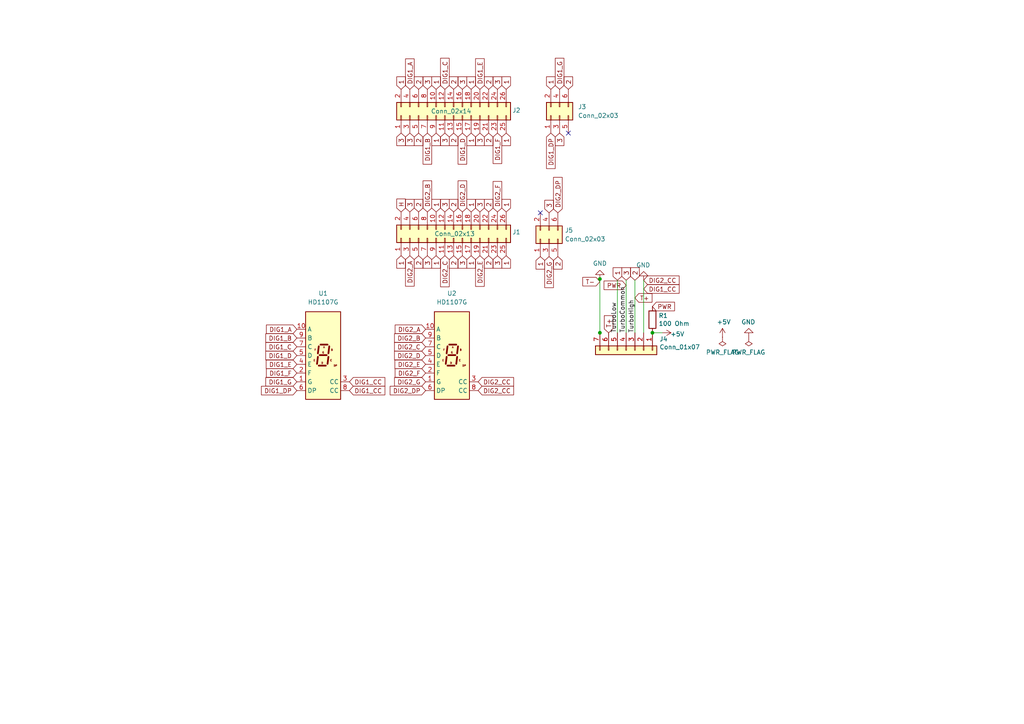
<source format=kicad_sch>
(kicad_sch (version 20230121) (generator eeschema)
  (paper "A4")
  (title_block (title "0.39\" MHz Display") (date "2025-07-07") (rev "rev.0.1") (company "Scrap Computing"))
  (lib_symbols
    (symbol "Connector_Generic:Conn_01x07" (pin_names (offset 1.016) hide)
      (property "Reference" "J" (at 0 10.16 0))
      (property "Value" "Conn_01x07" (at 0 -10.16 0))
      (symbol "Conn_01x07_1_1"
        (rectangle (start -1.27 -7.493) (end 0 -7.747) (stroke (width 0.1524)))
        (rectangle (start -1.27 -4.953) (end 0 -5.207) (stroke (width 0.1524)))
        (rectangle (start -1.27 -2.413) (end 0 -2.667) (stroke (width 0.1524)))
        (rectangle (start -1.27 0.127) (end 0 -0.127) (stroke (width 0.1524)))
        (rectangle (start -1.27 2.667) (end 0 2.413) (stroke (width 0.1524)))
        (rectangle (start -1.27 5.207) (end 0 4.953) (stroke (width 0.1524)))
        (rectangle (start -1.27 7.747) (end 0 7.493) (stroke (width 0.1524)))
        (rectangle (start -1.27 8.89) (end 1.27 -8.89) (stroke (width 0.254)) (fill (type background)))
        (pin passive line (at -5.08 7.62 0) (length 3.81) (name "Pin_1") (number "1"))
        (pin passive line (at -5.08 5.08 0) (length 3.81) (name "Pin_2") (number "2"))
        (pin passive line (at -5.08 2.54 0) (length 3.81) (name "Pin_3") (number "3"))
        (pin passive line (at -5.08 0 0) (length 3.81) (name "Pin_4") (number "4"))
        (pin passive line (at -5.08 -2.54 0) (length 3.81) (name "Pin_5") (number "5"))
        (pin passive line (at -5.08 -5.08 0) (length 3.81) (name "Pin_6") (number "6"))
        (pin passive line (at -5.08 -7.62 0) (length 3.81) (name "Pin_7") (number "7"))
      )
    )
    (symbol "Connector_Generic:Conn_02x03_Odd_Even" (pin_names (offset 1.016) hide)
      (property "Reference" "J" (at 1.27 5.08 0))
      (property "Value" "Conn_02x03_Odd_Even" (at 1.27 -5.08 0))
      (symbol "Conn_02x03_Odd_Even_1_1"
        (rectangle (start -1.27 -2.413) (end 0 -2.667) (stroke (width 0.1524)))
        (rectangle (start -1.27 0.127) (end 0 -0.127) (stroke (width 0.1524)))
        (rectangle (start -1.27 2.667) (end 0 2.413) (stroke (width 0.1524)))
        (rectangle (start -1.27 3.81) (end 3.81 -3.81) (stroke (width 0.254)) (fill (type background)))
        (rectangle (start 3.81 -2.413) (end 2.54 -2.667) (stroke (width 0.1524)))
        (rectangle (start 3.81 0.127) (end 2.54 -0.127) (stroke (width 0.1524)))
        (rectangle (start 3.81 2.667) (end 2.54 2.413) (stroke (width 0.1524)))
        (pin passive line (at -5.08 2.54 0) (length 3.81) (name "Pin_1") (number "1"))
        (pin passive line (at 7.62 2.54 180) (length 3.81) (name "Pin_2") (number "2"))
        (pin passive line (at -5.08 0 0) (length 3.81) (name "Pin_3") (number "3"))
        (pin passive line (at 7.62 0 180) (length 3.81) (name "Pin_4") (number "4"))
        (pin passive line (at -5.08 -2.54 0) (length 3.81) (name "Pin_5") (number "5"))
        (pin passive line (at 7.62 -2.54 180) (length 3.81) (name "Pin_6") (number "6"))
      )
    )
    (symbol "Connector_Generic:Conn_02x13_Odd_Even" (pin_names (offset 1.016) hide)
      (property "Reference" "J" (at 1.27 17.78 0))
      (property "Value" "Conn_02x13_Odd_Even" (at 1.27 -17.78 0))
      (symbol "Conn_02x13_Odd_Even_1_1"
        (rectangle (start -1.27 -15.113) (end 0 -15.367) (stroke (width 0.1524)))
        (rectangle (start -1.27 -12.573) (end 0 -12.827) (stroke (width 0.1524)))
        (rectangle (start -1.27 -10.033) (end 0 -10.287) (stroke (width 0.1524)))
        (rectangle (start -1.27 -7.493) (end 0 -7.747) (stroke (width 0.1524)))
        (rectangle (start -1.27 -4.953) (end 0 -5.207) (stroke (width 0.1524)))
        (rectangle (start -1.27 -2.413) (end 0 -2.667) (stroke (width 0.1524)))
        (rectangle (start -1.27 0.127) (end 0 -0.127) (stroke (width 0.1524)))
        (rectangle (start -1.27 2.667) (end 0 2.413) (stroke (width 0.1524)))
        (rectangle (start -1.27 5.207) (end 0 4.953) (stroke (width 0.1524)))
        (rectangle (start -1.27 7.747) (end 0 7.493) (stroke (width 0.1524)))
        (rectangle (start -1.27 10.287) (end 0 10.033) (stroke (width 0.1524)))
        (rectangle (start -1.27 12.827) (end 0 12.573) (stroke (width 0.1524)))
        (rectangle (start -1.27 15.367) (end 0 15.113) (stroke (width 0.1524)))
        (rectangle (start -1.27 16.51) (end 3.81 -16.51) (stroke (width 0.254)) (fill (type background)))
        (rectangle (start 3.81 -15.113) (end 2.54 -15.367) (stroke (width 0.1524)))
        (rectangle (start 3.81 -12.573) (end 2.54 -12.827) (stroke (width 0.1524)))
        (rectangle (start 3.81 -10.033) (end 2.54 -10.287) (stroke (width 0.1524)))
        (rectangle (start 3.81 -7.493) (end 2.54 -7.747) (stroke (width 0.1524)))
        (rectangle (start 3.81 -4.953) (end 2.54 -5.207) (stroke (width 0.1524)))
        (rectangle (start 3.81 -2.413) (end 2.54 -2.667) (stroke (width 0.1524)))
        (rectangle (start 3.81 0.127) (end 2.54 -0.127) (stroke (width 0.1524)))
        (rectangle (start 3.81 2.667) (end 2.54 2.413) (stroke (width 0.1524)))
        (rectangle (start 3.81 5.207) (end 2.54 4.953) (stroke (width 0.1524)))
        (rectangle (start 3.81 7.747) (end 2.54 7.493) (stroke (width 0.1524)))
        (rectangle (start 3.81 10.287) (end 2.54 10.033) (stroke (width 0.1524)))
        (rectangle (start 3.81 12.827) (end 2.54 12.573) (stroke (width 0.1524)))
        (rectangle (start 3.81 15.367) (end 2.54 15.113) (stroke (width 0.1524)))
        (pin passive line (at -5.08 15.24 0) (length 3.81) (name "Pin_1") (number "1"))
        (pin passive line (at 7.62 5.08 180) (length 3.81) (name "Pin_10") (number "10"))
        (pin passive line (at -5.08 2.54 0) (length 3.81) (name "Pin_11") (number "11"))
        (pin passive line (at 7.62 2.54 180) (length 3.81) (name "Pin_12") (number "12"))
        (pin passive line (at -5.08 0 0) (length 3.81) (name "Pin_13") (number "13"))
        (pin passive line (at 7.62 0 180) (length 3.81) (name "Pin_14") (number "14"))
        (pin passive line (at -5.08 -2.54 0) (length 3.81) (name "Pin_15") (number "15"))
        (pin passive line (at 7.62 -2.54 180) (length 3.81) (name "Pin_16") (number "16"))
        (pin passive line (at -5.08 -5.08 0) (length 3.81) (name "Pin_17") (number "17"))
        (pin passive line (at 7.62 -5.08 180) (length 3.81) (name "Pin_18") (number "18"))
        (pin passive line (at -5.08 -7.62 0) (length 3.81) (name "Pin_19") (number "19"))
        (pin passive line (at 7.62 15.24 180) (length 3.81) (name "Pin_2") (number "2"))
        (pin passive line (at 7.62 -7.62 180) (length 3.81) (name "Pin_20") (number "20"))
        (pin passive line (at -5.08 -10.16 0) (length 3.81) (name "Pin_21") (number "21"))
        (pin passive line (at 7.62 -10.16 180) (length 3.81) (name "Pin_22") (number "22"))
        (pin passive line (at -5.08 -12.7 0) (length 3.81) (name "Pin_23") (number "23"))
        (pin passive line (at 7.62 -12.7 180) (length 3.81) (name "Pin_24") (number "24"))
        (pin passive line (at -5.08 -15.24 0) (length 3.81) (name "Pin_25") (number "25"))
        (pin passive line (at 7.62 -15.24 180) (length 3.81) (name "Pin_26") (number "26"))
        (pin passive line (at -5.08 12.7 0) (length 3.81) (name "Pin_3") (number "3"))
        (pin passive line (at 7.62 12.7 180) (length 3.81) (name "Pin_4") (number "4"))
        (pin passive line (at -5.08 10.16 0) (length 3.81) (name "Pin_5") (number "5"))
        (pin passive line (at 7.62 10.16 180) (length 3.81) (name "Pin_6") (number "6"))
        (pin passive line (at -5.08 7.62 0) (length 3.81) (name "Pin_7") (number "7"))
        (pin passive line (at 7.62 7.62 180) (length 3.81) (name "Pin_8") (number "8"))
        (pin passive line (at -5.08 5.08 0) (length 3.81) (name "Pin_9") (number "9"))
      )
    )
    (symbol "Device:R" (pin_numbers hide) (pin_names (offset 0))
      (property "Reference" "R" (at 2.032 0 90))
      (property "Value" "R" (at 0 0 90))
      (symbol "R_0_1"
        (rectangle (start -1.016 -2.54) (end 1.016 2.54) (stroke (width 0.254)))
      )
      (symbol "R_1_1"
        (pin passive line (at 0 3.81 270) (length 1.27) (name "~") (number "1"))
        (pin passive line (at 0 -3.81 90) (length 1.27) (name "~") (number "2"))
      )
    )
    (symbol "Display_Character:SC39-11GWA"
      (property "Reference" "U" (at -3.81 13.97 0))
      (property "Value" "SC39-11GWA" (at 6.35 13.97 0))
      (symbol "SC39-11GWA_1_0"
        (text "A" (at 0.254 2.413 0) (effects (font (size 0.508 0.508))))
        (text "B" (at 2.54 1.651 0) (effects (font (size 0.508 0.508))))
        (text "C" (at 2.286 -1.397 0) (effects (font (size 0.508 0.508))))
        (text "D" (at -0.254 -2.159 0) (effects (font (size 0.508 0.508))))
        (text "DP" (at 3.556 -2.921 0) (effects (font (size 0.508 0.508))))
        (text "E" (at -2.54 -1.397 0) (effects (font (size 0.508 0.508))))
        (text "F" (at -2.286 1.651 0) (effects (font (size 0.508 0.508))))
        (text "G" (at 0 0.889 0) (effects (font (size 0.508 0.508))))
      )
      (symbol "SC39-11GWA_1_1"
        (rectangle (start -5.08 12.7) (end 5.08 -12.7) (stroke (width 0.254)) (fill (type background)))
        (polyline (pts (xy -1.524 -0.381) (xy -1.778 -2.413)) (stroke (width 0.508)))
        (polyline (pts (xy -1.27 -2.921) (xy 0.762 -2.921)) (stroke (width 0.508)))
        (polyline (pts (xy -1.27 2.667) (xy -1.524 0.635)) (stroke (width 0.508)))
        (polyline (pts (xy -1.016 0.127) (xy 1.016 0.127)) (stroke (width 0.508)))
        (polyline (pts (xy -0.762 3.175) (xy 1.27 3.175)) (stroke (width 0.508)))
        (polyline (pts (xy 1.524 -0.381) (xy 1.27 -2.413)) (stroke (width 0.508)))
        (polyline (pts (xy 1.778 2.667) (xy 1.524 0.635)) (stroke (width 0.508)))
        (polyline (pts (xy 2.54 -2.921) (xy 2.54 -2.921)) (stroke (width 0.508)))
        (pin input line (at -7.62 -7.62 0) (length 2.54) (name "G") (number "1"))
        (pin input line (at -7.62 7.62 0) (length 2.54) (name "A") (number "10"))
        (pin input line (at -7.62 -5.08 0) (length 2.54) (name "F") (number "2"))
        (pin input line (at 7.62 -7.62 180) (length 2.54) (name "CC") (number "3"))
        (pin input line (at -7.62 -2.54 0) (length 2.54) (name "E") (number "4"))
        (pin input line (at -7.62 0 0) (length 2.54) (name "D") (number "5"))
        (pin input line (at -7.62 -10.16 0) (length 2.54) (name "DP") (number "6"))
        (pin input line (at -7.62 2.54 0) (length 2.54) (name "C") (number "7"))
        (pin input line (at 7.62 -10.16 180) (length 2.54) (name "CC") (number "8"))
        (pin input line (at -7.62 5.08 0) (length 2.54) (name "B") (number "9"))
      )
    )
    (symbol "power:+5V" (power) (pin_names (offset 0))
      (property "Value" "+5V" (at 0 3.556 0))
      (symbol "+5V_0_1"
        (polyline (pts (xy -0.762 1.27) (xy 0 2.54)))
        (polyline (pts (xy 0 0) (xy 0 2.54)))
        (polyline (pts (xy 0 2.54) (xy 0.762 1.27)))
      )
      (symbol "+5V_1_1"
        (pin power_in line (at 0 0 90) (length 0) hide (name "+5V") (number "1"))
      )
    )
    (symbol "power:GND" (power) (pin_names (offset 0))
      (property "Value" "GND" (at 0 -3.81 0))
      (symbol "GND_0_1"
        (polyline (pts (xy 0 0) (xy 0 -1.27) (xy 1.27 -1.27) (xy 0 -2.54) (xy -1.27 -1.27) (xy 0 -1.27)))
      )
      (symbol "GND_1_1"
        (pin power_in line (at 0 0 270) (length 0) hide (name "GND") (number "1"))
      )
    )
    (symbol "power:PWR_FLAG" (power) (pin_numbers hide) (pin_names (offset 0) hide)
      (property "Value" "PWR_FLAG" (at 0 3.81 0))
      (symbol "PWR_FLAG_0_0"
        (pin power_out line (at 0 0 90) (length 0) (name "pwr") (number "1"))
      )
      (symbol "PWR_FLAG_0_1"
        (polyline (pts (xy 0 0) (xy 0 1.27) (xy -1.016 1.905) (xy 0 2.54) (xy 1.016 1.905) (xy 0 1.27)))
      )
    )
  )
  (junction (at 173.99 80.9244))
  (junction (at 189.23 96.52))
  (junction (at 173.99 96.52))
  (no_connect (at 164.846 38.608))
  (no_connect (at 156.718 61.722))
  (wire (pts (xy 179.07 81.28) (xy 179.07 96.52)))
  (wire (pts (xy 173.99 80.6704) (xy 174.0408 80.6704)))
  (wire (pts (xy 181.61 81.28) (xy 181.61 96.52)))
  (wire (pts (xy 173.99 96.5708) (xy 173.99 96.52)))
  (wire (pts (xy 184.15 96.52) (xy 184.15 81.28)))
  (wire (pts (xy 186.69 96.52) (xy 186.69 81.28)))
  (wire (pts (xy 189.23 96.52) (xy 192.0748 96.52)))
  (wire (pts (xy 173.99 96.52) (xy 173.99 80.9244)))
  (wire (pts (xy 173.99 80.9244) (xy 173.99 80.6704)))
  (label "TurboLow" (at 179.07 96.52 90))
  (label "TurboCommon" (at 181.61 96.52 90))
  (label "TurboHigh" (at 184.15 96.52 90))
  (global_label "T-" (shape input) (at 173.99 81.6864 180) (property "Intersheetrefs" "${INTERSHEET_REFS}" (effects hide)))
  (global_label "3" (shape input) (at 129.032 61.468 90) (property "Intersheetrefs" "${INTERSHEET_REFS}" (effects hide)))
  (global_label "DIG1_A" (shape input) (at 118.872 25.908 90) (property "Intersheetrefs" "${INTERSHEET_REFS}" (effects hide)))
  (global_label "DIG2_DP" (shape input) (at 123.444 113.284 180) (property "Intersheetrefs" "${INTERSHEET_REFS}" (effects hide)))
  (global_label "1" (shape input) (at 136.652 61.468 90) (property "Intersheetrefs" "${INTERSHEET_REFS}" (effects hide)))
  (global_label "3" (shape input) (at 162.306 38.608 270) (property "Intersheetrefs" "${INTERSHEET_REFS}" (effects hide)))
  (global_label "1" (shape input) (at 136.652 74.168 270) (property "Intersheetrefs" "${INTERSHEET_REFS}" (effects hide)))
  (global_label "DIG2_C" (shape input) (at 123.444 100.584 180) (property "Intersheetrefs" "${INTERSHEET_REFS}" (effects hide)))
  (global_label "DIG1_F" (shape input) (at 144.272 38.608 270) (property "Intersheetrefs" "${INTERSHEET_REFS}" (effects hide)))
  (global_label "1" (shape input) (at 146.812 25.908 90) (property "Intersheetrefs" "${INTERSHEET_REFS}" (effects hide)))
  (global_label "1" (shape input) (at 126.492 61.468 90) (property "Intersheetrefs" "${INTERSHEET_REFS}" (effects hide)))
  (global_label "DIG1_C" (shape input) (at 129.032 25.908 90) (property "Intersheetrefs" "${INTERSHEET_REFS}" (effects hide)))
  (global_label "H" (shape input) (at 116.332 61.468 90) (property "Intersheetrefs" "${INTERSHEET_REFS}" (effects hide)))
  (global_label "T+" (shape input) (at 184.15 86.4108 0) (property "Intersheetrefs" "${INTERSHEET_REFS}" (effects hide)))
  (global_label "1" (shape input) (at 156.718 74.422 270) (property "Intersheetrefs" "${INTERSHEET_REFS}" (effects hide)))
  (global_label "DIG1_CC" (shape input) (at 101.346 113.284 0) (property "Intersheetrefs" "${INTERSHEET_REFS}" (effects hide)))
  (global_label "2" (shape input) (at 121.412 61.468 90) (property "Intersheetrefs" "${INTERSHEET_REFS}" (effects hide)))
  (global_label "1" (shape input) (at 146.812 38.608 270) (property "Intersheetrefs" "${INTERSHEET_REFS}" (effects hide)))
  (global_label "DIG2_F" (shape input) (at 123.444 108.204 180) (property "Intersheetrefs" "${INTERSHEET_REFS}" (effects hide)))
  (global_label "2" (shape input) (at 121.412 25.908 90) (property "Intersheetrefs" "${INTERSHEET_REFS}" (effects hide)))
  (global_label "DIG1_CC" (shape input) (at 101.346 110.744 0) (property "Intersheetrefs" "${INTERSHEET_REFS}" (effects hide)))
  (global_label "DIG1_G" (shape input) (at 86.106 110.744 180) (property "Intersheetrefs" "${INTERSHEET_REFS}" (effects hide)))
  (global_label "DIG1_B" (shape input) (at 123.952 38.608 270) (property "Intersheetrefs" "${INTERSHEET_REFS}" (effects hide)))
  (global_label "DIG2_B" (shape input) (at 123.952 61.468 90) (property "Intersheetrefs" "${INTERSHEET_REFS}" (effects hide)))
  (global_label "DIG1_C" (shape input) (at 86.106 100.584 180) (property "Intersheetrefs" "${INTERSHEET_REFS}" (effects hide)))
  (global_label "3" (shape input) (at 139.192 61.468 90) (property "Intersheetrefs" "${INTERSHEET_REFS}" (effects hide)))
  (global_label "3" (shape input) (at 134.112 74.168 270) (property "Intersheetrefs" "${INTERSHEET_REFS}" (effects hide)))
  (global_label "3" (shape input) (at 139.192 38.608 270) (property "Intersheetrefs" "${INTERSHEET_REFS}" (effects hide)))
  (global_label "DIG2_CC" (shape input) (at 186.69 81.28 0) (property "Intersheetrefs" "${INTERSHEET_REFS}" (effects hide)))
  (global_label "DIG2_DP" (shape input) (at 161.798 61.722 90) (property "Intersheetrefs" "${INTERSHEET_REFS}" (effects hide)))
  (global_label "2" (shape input) (at 161.798 74.422 270) (property "Intersheetrefs" "${INTERSHEET_REFS}" (effects hide)))
  (global_label "DIG2_C" (shape input) (at 129.032 74.168 270) (property "Intersheetrefs" "${INTERSHEET_REFS}" (effects hide)))
  (global_label "3" (shape input) (at 144.272 25.908 90) (property "Intersheetrefs" "${INTERSHEET_REFS}" (effects hide)))
  (global_label "1" (shape input) (at 146.812 61.468 90) (property "Intersheetrefs" "${INTERSHEET_REFS}" (effects hide)))
  (global_label "3" (shape input) (at 123.952 25.908 90) (property "Intersheetrefs" "${INTERSHEET_REFS}" (effects hide)))
  (global_label "3" (shape input) (at 181.61 81.28 90) (property "Intersheetrefs" "${INTERSHEET_REFS}" (effects hide)))
  (global_label "2" (shape input) (at 131.572 74.168 270) (property "Intersheetrefs" "${INTERSHEET_REFS}" (effects hide)))
  (global_label "1" (shape input) (at 179.07 81.28 90) (property "Intersheetrefs" "${INTERSHEET_REFS}" (effects hide)))
  (global_label "2" (shape input) (at 131.572 38.608 270) (property "Intersheetrefs" "${INTERSHEET_REFS}" (effects hide)))
  (global_label "1" (shape input) (at 126.492 25.908 90) (property "Intersheetrefs" "${INTERSHEET_REFS}" (effects hide)))
  (global_label "DIG2_D" (shape input) (at 134.112 61.468 90) (property "Intersheetrefs" "${INTERSHEET_REFS}" (effects hide)))
  (global_label "1" (shape input) (at 126.492 38.608 270) (property "Intersheetrefs" "${INTERSHEET_REFS}" (effects hide)))
  (global_label "2" (shape input) (at 141.732 74.168 270) (property "Intersheetrefs" "${INTERSHEET_REFS}" (effects hide)))
  (global_label "3" (shape input) (at 116.332 38.608 270) (property "Intersheetrefs" "${INTERSHEET_REFS}" (effects hide)))
  (global_label "DIG2_A" (shape input) (at 123.444 95.504 180) (property "Intersheetrefs" "${INTERSHEET_REFS}" (effects hide)))
  (global_label "2" (shape input) (at 131.572 61.468 90) (property "Intersheetrefs" "${INTERSHEET_REFS}" (effects hide)))
  (global_label "2" (shape input) (at 121.412 38.608 270) (property "Intersheetrefs" "${INTERSHEET_REFS}" (effects hide)))
  (global_label "DIG2_G" (shape input) (at 159.258 74.422 270) (property "Intersheetrefs" "${INTERSHEET_REFS}" (effects hide)))
  (global_label "DIG1_B" (shape input) (at 86.106 98.044 180) (property "Intersheetrefs" "${INTERSHEET_REFS}" (effects hide)))
  (global_label "PWR" (shape input) (at 181.61 82.7532 180) (property "Intersheetrefs" "${INTERSHEET_REFS}" (effects hide)))
  (global_label "3" (shape input) (at 118.872 61.468 90) (property "Intersheetrefs" "${INTERSHEET_REFS}" (effects hide)))
  (global_label "2" (shape input) (at 141.732 61.468 90) (property "Intersheetrefs" "${INTERSHEET_REFS}" (effects hide)))
  (global_label "DIG2_E" (shape input) (at 139.192 74.168 270) (property "Intersheetrefs" "${INTERSHEET_REFS}" (effects hide)))
  (global_label "2" (shape input) (at 121.412 74.168 270) (property "Intersheetrefs" "${INTERSHEET_REFS}" (effects hide)))
  (global_label "DIG1_E" (shape input) (at 139.192 25.908 90) (property "Intersheetrefs" "${INTERSHEET_REFS}" (effects hide)))
  (global_label "DIG2_B" (shape input) (at 123.444 98.044 180) (property "Intersheetrefs" "${INTERSHEET_REFS}" (effects hide)))
  (global_label "3" (shape input) (at 123.952 74.168 270) (property "Intersheetrefs" "${INTERSHEET_REFS}" (effects hide)))
  (global_label "DIG1_D" (shape input) (at 86.106 103.124 180) (property "Intersheetrefs" "${INTERSHEET_REFS}" (effects hide)))
  (global_label "3" (shape input) (at 129.032 38.608 270) (property "Intersheetrefs" "${INTERSHEET_REFS}" (effects hide)))
  (global_label "PWR" (shape input) (at 189.23 88.9 0) (property "Intersheetrefs" "${INTERSHEET_REFS}" (effects hide)))
  (global_label "1" (shape input) (at 116.332 25.908 90) (property "Intersheetrefs" "${INTERSHEET_REFS}" (effects hide)))
  (global_label "DIG2_A" (shape input) (at 118.872 74.168 270) (property "Intersheetrefs" "${INTERSHEET_REFS}" (effects hide)))
  (global_label "T+" (shape input) (at 176.53 96.52 90) (property "Intersheetrefs" "${INTERSHEET_REFS}" (effects hide)))
  (global_label "3" (shape input) (at 159.258 61.722 90) (property "Intersheetrefs" "${INTERSHEET_REFS}" (effects hide)))
  (global_label "DIG1_D" (shape input) (at 134.112 38.608 270) (property "Intersheetrefs" "${INTERSHEET_REFS}" (effects hide)))
  (global_label "1" (shape input) (at 146.812 74.168 270) (property "Intersheetrefs" "${INTERSHEET_REFS}" (effects hide)))
  (global_label "2" (shape input) (at 184.15 81.28 90) (property "Intersheetrefs" "${INTERSHEET_REFS}" (effects hide)))
  (global_label "DIG2_G" (shape input) (at 123.444 110.744 180) (property "Intersheetrefs" "${INTERSHEET_REFS}" (effects hide)))
  (global_label "DIG1_CC" (shape input) (at 186.69 83.82 0) (property "Intersheetrefs" "${INTERSHEET_REFS}" (effects hide)))
  (global_label "DIG2_CC" (shape input) (at 138.684 113.284 0) (property "Intersheetrefs" "${INTERSHEET_REFS}" (effects hide)))
  (global_label "DIG1_DP" (shape input) (at 86.106 113.284 180) (property "Intersheetrefs" "${INTERSHEET_REFS}" (effects hide)))
  (global_label "3" (shape input) (at 144.272 74.168 270) (property "Intersheetrefs" "${INTERSHEET_REFS}" (effects hide)))
  (global_label "DIG2_D" (shape input) (at 123.444 103.124 180) (property "Intersheetrefs" "${INTERSHEET_REFS}" (effects hide)))
  (global_label "1" (shape input) (at 159.766 25.908 90) (property "Intersheetrefs" "${INTERSHEET_REFS}" (effects hide)))
  (global_label "1" (shape input) (at 136.652 25.908 90) (property "Intersheetrefs" "${INTERSHEET_REFS}" (effects hide)))
  (global_label "2" (shape input) (at 141.732 25.908 90) (property "Intersheetrefs" "${INTERSHEET_REFS}" (effects hide)))
  (global_label "DIG1_F" (shape input) (at 86.106 108.204 180) (property "Intersheetrefs" "${INTERSHEET_REFS}" (effects hide)))
  (global_label "1" (shape input) (at 126.492 74.168 270) (property "Intersheetrefs" "${INTERSHEET_REFS}" (effects hide)))
  (global_label "DIG1_G" (shape input) (at 162.306 25.908 90) (property "Intersheetrefs" "${INTERSHEET_REFS}" (effects hide)))
  (global_label "2" (shape input) (at 131.572 25.908 90) (property "Intersheetrefs" "${INTERSHEET_REFS}" (effects hide)))
  (global_label "DIG2_E" (shape input) (at 123.444 105.664 180) (property "Intersheetrefs" "${INTERSHEET_REFS}" (effects hide)))
  (global_label "1" (shape input) (at 136.652 38.608 270) (property "Intersheetrefs" "${INTERSHEET_REFS}" (effects hide)))
  (global_label "2" (shape input) (at 141.732 38.608 270) (property "Intersheetrefs" "${INTERSHEET_REFS}" (effects hide)))
  (global_label "3" (shape input) (at 118.872 38.608 270) (property "Intersheetrefs" "${INTERSHEET_REFS}" (effects hide)))
  (global_label "2" (shape input) (at 164.846 25.908 90) (property "Intersheetrefs" "${INTERSHEET_REFS}" (effects hide)))
  (global_label "DIG2_CC" (shape input) (at 138.684 110.744 0) (property "Intersheetrefs" "${INTERSHEET_REFS}" (effects hide)))
  (global_label "DIG2_F" (shape input) (at 144.272 61.468 90) (property "Intersheetrefs" "${INTERSHEET_REFS}" (effects hide)))
  (global_label "1" (shape input) (at 116.332 74.168 270) (property "Intersheetrefs" "${INTERSHEET_REFS}" (effects hide)))
  (global_label "DIG1_A" (shape input) (at 86.106 95.504 180) (property "Intersheetrefs" "${INTERSHEET_REFS}" (effects hide)))
  (global_label "3" (shape input) (at 134.112 25.908 90) (property "Intersheetrefs" "${INTERSHEET_REFS}" (effects hide)))
  (global_label "DIG1_E" (shape input) (at 86.106 105.664 180) (property "Intersheetrefs" "${INTERSHEET_REFS}" (effects hide)))
  (global_label "DIG1_DP" (shape input) (at 159.766 38.608 270) (property "Intersheetrefs" "${INTERSHEET_REFS}" (effects hide)))
  (symbol (lib_id "Connector_Generic:Conn_02x13_Odd_Even") (at 131.572 69.088 90) (unit 1)
    (property "Reference" "J1" (at 148.59 67.31 90) (effects (justify right)))
    (property "Value" "Conn_02x13" (at 125.984 67.818 90) (effects (justify right)))
    (property "Footprint" "Connector_PinHeader_2.54mm:PinHeader_2x13_P2.54mm_Vertical" (effects hide))
  )
  (symbol (lib_id "Connector_Generic:Conn_02x13_Odd_Even") (at 131.572 33.528 90) (unit 1)
    (property "Reference" "J2" (at 148.59 32.004 90) (effects (justify right)))
    (property "Value" "Conn_02x14" (at 124.968 32.258 90) (effects (justify right)))
    (property "Footprint" "Connector_PinHeader_2.54mm:PinHeader_2x13_P2.54mm_Vertical" (effects hide))
  )
  (symbol (lib_id "Connector_Generic:Conn_01x07") (at 181.61 101.6 270) (unit 1)
    (property "Reference" "J4" (at 191.262 98.3488 90) (effects (justify left)))
    (property "Value" "Conn_01x07" (at 191.262 100.6602 90) (effects (justify left)))
    (property "Footprint" "Connector_PinHeader_2.54mm:PinHeader_1x07_P2.54mm_Vertical" (effects hide))
  )
  (symbol (lib_id "Device:R") (at 189.23 92.71 0) (unit 1)
    (property "Reference" "R1" (at 191.008 91.5416 0) (effects (justify left)))
    (property "Value" "100 Ohm" (at 191.008 93.853 0) (effects (justify left)))
    (property "Footprint" "Resistor_THT:R_Axial_DIN0207_L6.3mm_D2.5mm_P10.16mm_Horizontal" (effects hide))
  )
  (symbol (lib_id "power:+5V") (at 209.55 97.79 0) (unit 1)
    (property "Reference" "#PWR02" (effects hide))
    (property "Value" "+5V" (at 209.931 93.3958 0))
  )
  (symbol (lib_id "power:GND") (at 217.17 97.79 180) (unit 1)
    (property "Reference" "#PWR01" (effects hide))
    (property "Value" "GND" (at 217.043 93.3958 0))
  )
  (symbol (lib_id "power:PWR_FLAG") (at 217.17 97.79 180) (unit 1)
    (property "Reference" "#FLG0101" (effects hide))
    (property "Value" "PWR_FLAG" (at 217.17 102.1842 0))
  )
  (symbol (lib_id "power:PWR_FLAG") (at 209.55 97.79 180) (unit 1)
    (property "Reference" "#FLG0102" (effects hide))
    (property "Value" "PWR_FLAG" (at 209.55 102.1842 0))
  )
  (symbol (lib_id "power:GND") (at 186.69 81.28 180) (unit 1)
    (property "Reference" "#PWR0101" (effects hide))
    (property "Value" "GND" (at 186.563 76.8858 0))
  )
  (symbol (lib_id "power:+5V") (at 192.0748 96.52 270) (unit 1)
    (property "Reference" "#PWR0102" (effects hide))
    (property "Value" "+5V" (at 196.469 96.901 90))
  )
  (symbol (lib_id "power:GND") (at 173.99 80.9244 180) (unit 1)
    (property "Reference" "#PWR03" (effects hide))
    (property "Value" "GND" (at 173.99 76.4032 0))
  )
  (symbol (lib_id "Display_Character:SC39-11GWA") (at 131.064 103.124 0) (unit 1)
    (property "Reference" "U2" (at 131.064 85.09 0))
    (property "Value" "HD1107G" (at 131.064 87.63 0))
    (property "Footprint" "MHzDisplay:HD1107" (effects hide))
    (property "Datasheet" "http://www.kingbrightusa.com/images/catalog/SPEC/sc39-11gwa.pdf" (effects hide))
  )
  (symbol (lib_id "Display_Character:SC39-11GWA") (at 93.726 103.124 0) (unit 1)
    (property "Reference" "U1" (at 93.726 85.09 0))
    (property "Value" "HD1107G" (at 93.726 87.63 0))
    (property "Footprint" "MHzDisplay:HD1107" (effects hide))
    (property "Datasheet" "http://www.kingbrightusa.com/images/catalog/SPEC/sc39-11gwa.pdf" (effects hide))
  )
  (symbol (lib_id "Connector_Generic:Conn_02x03_Odd_Even") (at 162.306 33.528 90) (unit 1)
    (property "Reference" "J3" (at 167.64 30.988 90) (effects (justify right)))
    (property "Value" "Conn_02x03" (at 167.64 33.528 90) (effects (justify right)))
    (property "Footprint" "Connector_PinHeader_2.54mm:PinHeader_2x03_P2.54mm_Vertical" (effects hide))
  )
  (symbol (lib_id "Connector_Generic:Conn_02x03_Odd_Even") (at 159.258 69.342 90) (unit 1)
    (property "Reference" "J5" (at 163.83 66.802 90) (effects (justify right)))
    (property "Value" "Conn_02x03" (at 163.83 69.342 90) (effects (justify right)))
    (property "Footprint" "Connector_PinHeader_2.54mm:PinHeader_2x03_P2.54mm_Vertical" (effects hide))
  )
)
</source>
